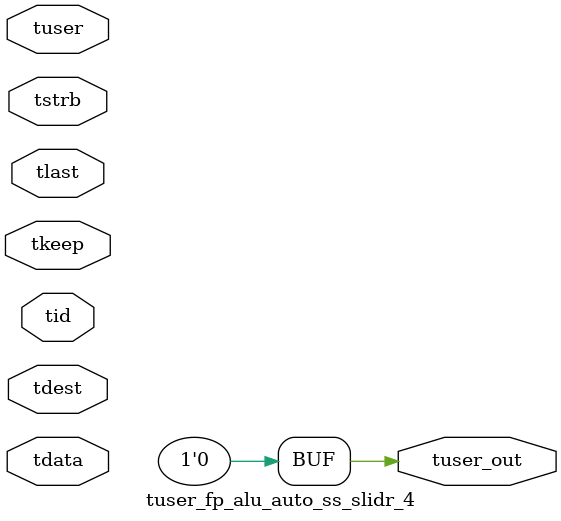
<source format=v>


`timescale 1ps/1ps

module tuser_fp_alu_auto_ss_slidr_4 #
(
parameter C_S_AXIS_TUSER_WIDTH = 1,
parameter C_S_AXIS_TDATA_WIDTH = 32,
parameter C_S_AXIS_TID_WIDTH   = 0,
parameter C_S_AXIS_TDEST_WIDTH = 0,
parameter C_M_AXIS_TUSER_WIDTH = 1
)
(
input  [(C_S_AXIS_TUSER_WIDTH == 0 ? 1 : C_S_AXIS_TUSER_WIDTH)-1:0     ] tuser,
input  [(C_S_AXIS_TDATA_WIDTH == 0 ? 1 : C_S_AXIS_TDATA_WIDTH)-1:0     ] tdata,
input  [(C_S_AXIS_TID_WIDTH   == 0 ? 1 : C_S_AXIS_TID_WIDTH)-1:0       ] tid,
input  [(C_S_AXIS_TDEST_WIDTH == 0 ? 1 : C_S_AXIS_TDEST_WIDTH)-1:0     ] tdest,
input  [(C_S_AXIS_TDATA_WIDTH/8)-1:0 ] tkeep,
input  [(C_S_AXIS_TDATA_WIDTH/8)-1:0 ] tstrb,
input                                                                    tlast,
output [C_M_AXIS_TUSER_WIDTH-1:0] tuser_out
);

assign tuser_out = {1'b0};

endmodule


</source>
